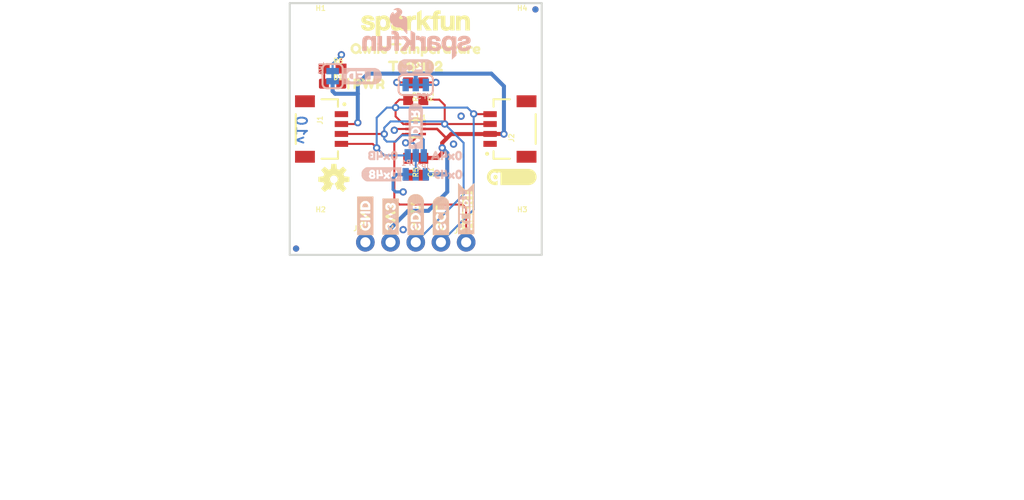
<source format=kicad_pcb>
(kicad_pcb (version 20211014) (generator pcbnew)
  (layers (0 "F.Cu" signal) (31 "B.Cu" signal) (34 "B.Paste" user) (35 "F.Paste" user) (36 "B.SilkS" user "B.Silkscreen") (37 "F.SilkS" user "F.Silkscreen") (38 "B.Mask" user) (39 "F.Mask" user) (44 "Edge.Cuts" user))
  (net 0 "")
  (net 1 "SDA")
  (net 2 "SCL")
  (net 3 "~{ALERT}")
  (net 4 "ADDR")
  (net 5 "N$13")
  (net 6 "N$14")
  (net 7 "N$20")
  (net 8 "N$21")
  (net 9 "3.3V")
  (net 10 "GND")
  (footprint "boardEagle:OSHW-LOGO-S" (layer "F.Cu") (at 140.2461 110.0836)
    (fp_text reference "LOGO3" hide)
    (fp_text value "OSHW-LOGOS" hide)
  )
  (footprint "boardEagle:#ALERT8" (layer "F.Cu") (at 153.5811 116.3066 90)
    (fp_text reference "U$1" hide)
    (fp_text value "" hide)
  )
  (footprint "boardEagle:GND4" (layer "F.Cu") (at 143.4211 116.1796 90)
    (fp_text reference "U$5" hide)
    (fp_text value "" hide)
  )
  (footprint "boardEagle:QWIIC_TEMPERATURE0" (layer "F.Cu") (at 141.0081 96.8756)
    (fp_text reference "U$18" hide)
    (fp_text value "" hide)
  )
  (footprint "boardEagle:SCL7" (layer "F.Cu") (at 151.0411 116.1796 90)
    (fp_text reference "U$2" hide)
    (fp_text value "" hide)
  )
  (footprint "boardEagle:JST04_1MM_RA" (layer "F.Cu") (at 155.9941 105.0036 90)
    (fp_text reference "J2" (at -1.397 2.159 90) (layer "F.SilkS") (effects (font (size 0.512064 0.512064) (thickness 0.097536)) (justify left)))
    (fp_text value "QWIIC")
    (pad "1" smd rect (at -1.5 0 90) (size 0.6 1.35) (layers "F.Cu" "F.Paste" "F.Mask") (net 10 "GND"))
    (pad "2" smd rect (at -0.5 0 90) (size 0.6 1.35) (layers "F.Cu" "F.Paste" "F.Mask") (net 9 "3.3V"))
    (pad "3" smd rect (at 0.5 0 90) (size 0.6 1.35) (layers "F.Cu" "F.Paste" "F.Mask") (net 1 "SDA"))
    (pad "4" smd rect (at 1.5 0 90) (size 0.6 1.35) (layers "F.Cu" "F.Paste" "F.Mask") (net 2 "SCL"))
    (pad "NC1" smd rect (at 2.8 3.675 90) (size 1.2 2) (layers "F.Cu" "F.Paste" "F.Mask"))
    (pad "NC2" smd rect (at -2.8 3.675 90) (size 1.2 2) (layers "F.Cu" "F.Paste" "F.Mask"))
  )
  (footprint "boardEagle:1X01_NO_SILK" (layer "F.Cu") (at 153.5811 116.4336)
    (fp_text reference "J4" (at -1.27 -1.143) (layer "F.SilkS") (effects (font (size 0.512064 0.512064) (thickness 0.097536)) (justify left)))
    (fp_text value "")
    (pad "1" thru_hole circle (at 0 0 90) (size 1.8796 1.8796) (drill 1.016) (layers *.Cu *.Mask) (net 3 "~{ALERT}"))
  )
  (footprint "boardEagle:STAND-OFF" (layer "F.Cu") (at 158.6611 115.1636)
    (fp_text reference "H3" (at 0 -2.032) (layer "F.SilkS") (effects (font (size 0.512064 0.512064) (thickness 0.097536)) (justify left)))
    (fp_text value "STAND-OFF")
    (pad "" np_thru_hole circle (at 0 0) (size 3.302 3.302) (drill 3.302) (layers *.Cu *.Mask))
  )
  (footprint "boardEagle:QWIIC_5MM" (layer "F.Cu") (at 158.1531 109.8296)
    (fp_text reference "LOGO2" hide)
    (fp_text value "QWIIC_LOGO_5MM" hide)
  )
  (footprint "boardEagle:0603" (layer "F.Cu") (at 140.1191 98.9076)
    (fp_text reference "R6" (at 0 -0.762) (layer "F.SilkS") (effects (font (size 0.512064 0.512064) (thickness 0.097536)) (justify left)))
    (fp_text value "1k")
    (pad "1" smd rect (at -0.85 0) (size 1.1 1) (layers "F.Cu" "F.Paste" "F.Mask") (net 7 "N$20"))
    (pad "2" smd rect (at 0.85 0) (size 1.1 1) (layers "F.Cu" "F.Paste" "F.Mask") (net 8 "N$21"))
  )
  (footprint "boardEagle:0603" (layer "F.Cu") (at 149.2631 108.8136 -90)
    (fp_text reference "C1" (at 0 -0.762 90) (layer "F.SilkS") (effects (font (size 0.512064 0.512064) (thickness 0.097536)) (justify right)))
    (fp_text value "0.1uF")
    (pad "1" smd rect (at -0.85 0 270) (size 1.1 1) (layers "F.Cu" "F.Paste" "F.Mask") (net 9 "3.3V"))
    (pad "2" smd rect (at 0.85 0 270) (size 1.1 1) (layers "F.Cu" "F.Paste" "F.Mask") (net 10 "GND"))
  )
  (footprint "boardEagle:3V35" (layer "F.Cu") (at 145.9611 116.1796 90)
    (fp_text reference "U$4" hide)
    (fp_text value "" hide)
  )
  (footprint "boardEagle:FIDUCIAL-MICRO" (layer "F.Cu") (at 160.5661 92.9386)
    (fp_text reference "FD3" hide)
    (fp_text value "FIDUCIALUFIDUCIAL" hide)
    (pad "1" smd roundrect (at 0 0) (size 0.635 0.635) (layers "F.Cu" "F.Mask") (roundrect_rratio 0.5))
  )
  (footprint "boardEagle:0603" (layer "F.Cu") (at 147.7391 101.1936 -90)
    (fp_text reference "R2" (at 0 -0.762 90) (layer "F.SilkS") (effects (font (size 0.512064 0.512064) (thickness 0.097536)) (justify right)))
    (fp_text value "4.7k")
    (pad "1" smd rect (at -0.85 0 270) (size 1.1 1) (layers "F.Cu" "F.Paste" "F.Mask") (net 6 "N$14"))
    (pad "2" smd rect (at 0.85 0 270) (size 1.1 1) (layers "F.Cu" "F.Paste" "F.Mask") (net 2 "SCL"))
  )
  (footprint "boardEagle:0603" (layer "F.Cu") (at 147.7391 108.8136 -90)
    (fp_text reference "R5" (at 0 -0.762 90) (layer "F.SilkS") (effects (font (size 0.512064 0.512064) (thickness 0.097536)) (justify right)))
    (fp_text value "10k")
    (pad "1" smd rect (at -0.85 0 270) (size 1.1 1) (layers "F.Cu" "F.Paste" "F.Mask") (net 9 "3.3V"))
    (pad "2" smd rect (at 0.85 0 270) (size 1.1 1) (layers "F.Cu" "F.Paste" "F.Mask") (net 3 "~{ALERT}"))
  )
  (footprint "boardEagle:PWR1" (layer "F.Cu") (at 141.2621 100.4316)
    (fp_text reference "U$20" hide)
    (fp_text value "" hide)
  )
  (footprint "boardEagle:CREATIVE_COMMONS" (layer "F.Cu") (at 126.9111 141.8336)
    (fp_text reference "FRAME1" hide)
    (fp_text value "FRAME-LETTER" hide)
  )
  (footprint "boardEagle:FIDUCIAL-MICRO" (layer "F.Cu") (at 136.4361 117.0686)
    (fp_text reference "FD1" hide)
    (fp_text value "FIDUCIALUFIDUCIAL" hide)
    (pad "1" smd roundrect (at 0 0) (size 0.635 0.635) (layers "F.Cu" "F.Mask") (roundrect_rratio 0.5))
  )
  (footprint "boardEagle:SOT563" (layer "F.Cu") (at 148.5011 105.0036)
    (fp_text reference "U1" (at 0 -1.143) (layer "F.SilkS") (effects (font (size 0.512064 0.512064) (thickness 0.097536)) (justify left)))
    (fp_text value "TMP102")
    (pad "1" smd rect (at -0.8 -0.497968 270) (size 0.248918 0.508) (layers "F.Cu" "F.Paste" "F.Mask") (net 2 "SCL"))
    (pad "2" smd rect (at -0.8 -0.003303 270) (size 0.248918 0.508) (layers "F.Cu" "F.Paste" "F.Mask") (net 10 "GND"))
    (pad "3" smd rect (at -0.8 0.50584 270) (size 0.248918 0.508) (layers "F.Cu" "F.Paste" "F.Mask") (net 3 "~{ALERT}"))
    (pad "4" smd rect (at 0.776415 0.50584 270) (size 0.248918 0.508) (layers "F.Cu" "F.Paste" "F.Mask") (net 4 "ADDR"))
    (pad "5" smd rect (at 0.776415 -0.003303 270) (size 0.248918 0.508) (layers "F.Cu" "F.Paste" "F.Mask") (net 9 "3.3V"))
    (pad "6" smd rect (at 0.776415 -0.497968 270) (size 0.248918 0.508) (layers "F.Cu" "F.Paste" "F.Mask") (net 1 "SDA"))
  )
  (footprint "boardEagle:TMP1022" (layer "F.Cu") (at 144.8181 98.6536)
    (fp_text reference "U$19" hide)
    (fp_text value "" hide)
  )
  (footprint "boardEagle:LED-0603" (layer "F.Cu") (at 140.1191 100.4316)
    (fp_text reference "D1" (at 0 -0.635) (layer "F.SilkS") (effects (font (size 0.512064 0.512064) (thickness 0.097536)) (justify left)))
    (fp_text value "RED")
    (pad "A" smd roundrect (at -0.877 0 270) (size 1 1) (layers "F.Cu" "F.Paste" "F.Mask") (roundrect_rratio 0.15) (net 7 "N$20"))
    (pad "C" smd roundrect (at 0.877 0 270) (size 1 1) (layers "F.Cu" "F.Paste" "F.Mask") (roundrect_rratio 0.15) (net 10 "GND"))
  )
  (footprint "boardEagle:0603" (layer "F.Cu") (at 149.2631 101.1936 -90)
    (fp_text reference "R1" (at 0 -0.762 90) (layer "F.SilkS") (effects (font (size 0.512064 0.512064) (thickness 0.097536)) (justify right)))
    (fp_text value "4.7k")
    (pad "1" smd rect (at -0.85 0 270) (size 1.1 1) (layers "F.Cu" "F.Paste" "F.Mask") (net 5 "N$13"))
    (pad "2" smd rect (at 0.85 0 270) (size 1.1 1) (layers "F.Cu" "F.Paste" "F.Mask") (net 1 "SDA"))
  )
  (footprint "boardEagle:SFE_LOGO_NAME_.1" (layer "F.Cu") (at 148.5011 94.4626)
    (fp_text reference "LOGO1" hide)
    (fp_text value "SFE_LOGO_NAME.1_INCH" hide)
  )
  (footprint "boardEagle:STAND-OFF" (layer "F.Cu") (at 158.6611 94.8436)
    (fp_text reference "H4" (at 0 -2.032) (layer "F.SilkS") (effects (font (size 0.512064 0.512064) (thickness 0.097536)) (justify left)))
    (fp_text value "STAND-OFF")
    (pad "" np_thru_hole circle (at 0 0) (size 3.302 3.302) (drill 3.302) (layers *.Cu *.Mask))
  )
  (footprint "boardEagle:JST04_1MM_RA" (layer "F.Cu") (at 141.0081 105.0036 -90)
    (fp_text reference "J1" (at -1.397 2.159 90) (layer "F.SilkS") (effects (font (size 0.512064 0.512064) (thickness 0.097536)) (justify right)))
    (fp_text value "QWIIC")
    (pad "1" smd rect (at -1.5 0 270) (size 0.6 1.35) (layers "F.Cu" "F.Paste" "F.Mask") (net 10 "GND"))
    (pad "2" smd rect (at -0.5 0 270) (size 0.6 1.35) (layers "F.Cu" "F.Paste" "F.Mask") (net 9 "3.3V"))
    (pad "3" smd rect (at 0.5 0 270) (size 0.6 1.35) (layers "F.Cu" "F.Paste" "F.Mask") (net 1 "SDA"))
    (pad "4" smd rect (at 1.5 0 270) (size 0.6 1.35) (layers "F.Cu" "F.Paste" "F.Mask") (net 2 "SCL"))
    (pad "NC1" smd rect (at 2.8 3.675 270) (size 1.2 2) (layers "F.Cu" "F.Paste" "F.Mask"))
    (pad "NC2" smd rect (at -2.8 3.675 270) (size 1.2 2) (layers "F.Cu" "F.Paste" "F.Mask"))
  )
  (footprint "boardEagle:1X04_NO_SILK" (layer "F.Cu") (at 143.4211 116.4336)
    (fp_text reference "J3" (at -1.27 -1.397) (layer "F.SilkS") (effects (font (size 0.512064 0.512064) (thickness 0.097536)) (justify left)))
    (fp_text value "PTH")
    (pad "1" thru_hole circle (at 0 0 90) (size 1.8796 1.8796) (drill 1.016) (layers *.Cu *.Mask) (net 10 "GND"))
    (pad "2" thru_hole circle (at 2.54 0 90) (size 1.8796 1.8796) (drill 1.016) (layers *.Cu *.Mask) (net 9 "3.3V"))
    (pad "3" thru_hole circle (at 5.08 0 90) (size 1.8796 1.8796) (drill 1.016) (layers *.Cu *.Mask) (net 1 "SDA"))
    (pad "4" thru_hole circle (at 7.62 0 90) (size 1.8796 1.8796) (drill 1.016) (layers *.Cu *.Mask) (net 2 "SCL"))
  )
  (footprint "boardEagle:STAND-OFF" (layer "F.Cu") (at 138.3411 115.1636)
    (fp_text reference "H2" (at 0 -2.032) (layer "F.SilkS") (effects (font (size 0.512064 0.512064) (thickness 0.097536)) (justify left)))
    (fp_text value "STAND-OFF")
    (pad "" np_thru_hole circle (at 0 0) (size 3.302 3.302) (drill 3.302) (layers *.Cu *.Mask))
  )
  (footprint "boardEagle:SDA6" (layer "F.Cu") (at 148.5011 116.1796 90)
    (fp_text reference "U$3" hide)
    (fp_text value "" hide)
  )
  (footprint "boardEagle:STAND-OFF" (layer "F.Cu") (at 138.3411 94.8436)
    (fp_text reference "H1" (at 0 -2.032) (layer "F.SilkS") (effects (font (size 0.512064 0.512064) (thickness 0.097536)) (justify left)))
    (fp_text value "STAND-OFF")
    (pad "" np_thru_hole circle (at 0 0) (size 3.302 3.302) (drill 3.302) (layers *.Cu *.Mask))
  )
  (footprint "boardEagle:0X4A2" (layer "B.Cu") (at 154.0129 107.6706 180)
    (fp_text reference "U$14" hide)
    (fp_text value "" hide)
  )
  (footprint "boardEagle:LED0" (layer "B.Cu") (at 145.1991 99.6696 180)
    (fp_text reference "U$17" hide)
    (fp_text value "" hide)
  )
  (footprint "boardEagle:0X494" (layer "B.Cu") (at 154.0129 109.5756 180)
    (fp_text reference "U$13" hide)
    (fp_text value "" hide)
  )
  (footprint "boardEagle:GND4" (layer "B.Cu") (at 143.4211 116.1796 90)
    (fp_text reference "U$6" hide)
    (fp_text value "" hide)
  )
  (footprint "boardEagle:SMT-JUMPER_3_2-NC_TRACE_SILK" (layer "B.Cu") (at 148.5011 100.5586)
    (fp_text reference "JP3" (at 0 1.143) (layer "B.SilkS") (effects (font (size 0.512064 0.512064) (thickness 0.097536)) (justify right mirror)))
    (fp_text value "I2C")
    (fp_line (start 0 0) (end 1.016 0) (layer "B.Cu") (width 0.254))
    (fp_line (start 0 0) (end -1.016 0) (layer "B.Cu") (width 0.254))
    (pad "1" smd rect (at -1.016 0) (size 0.635 1.27) (layers "B.Cu" "B.Mask") (net 6 "N$14"))
    (pad "2" smd rect (at 0 0) (size 0.635 1.27) (layers "B.Cu" "B.Mask") (net 9 "3.3V"))
    (pad "3" smd rect (at 1.016 0) (size 0.635 1.27) (layers "B.Cu" "B.Mask") (net 5 "N$13"))
  )
  (footprint "boardEagle:#ALERT8" (layer "B.Cu") (at 153.5811 116.3066 90)
    (fp_text reference "U$10" hide)
    (fp_text value "" hide)
  )
  (footprint "boardEagle:FIDUCIAL-MICRO" (layer "B.Cu") (at 136.4361 117.0686 180)
    (fp_text reference "FD2" hide)
    (fp_text value "FIDUCIALUFIDUCIAL" hide)
    (pad "1" smd roundrect (at 0 0 180) (size 0.635 0.635) (layers "B.Cu" "B.Mask") (roundrect_rratio 0.5))
  )
  (footprint "boardEagle:I#C0" (layer "B.Cu") (at 150.4061 98.7806 180)
    (fp_text reference "U$16" hide)
    (fp_text value "" hide)
  )
  (footprint "boardEagle:SMT-JUMPER_3_NO_NO-SILK" (layer "B.Cu") (at 148.5011 107.6706)
    (fp_text reference "JP2" (at 0 1.143) (layer "B.SilkS") (effects (font (size 0.512064 0.512064) (thickness 0.097536)) (justify right mirror)))
    (fp_text value "")
    (pad "1" smd rect (at -0.8128 0) (size 0.635 1.27) (layers "B.Cu" "B.Mask") (net 2 "SCL"))
    (pad "2" smd rect (at 0 0) (size 0.635 1.27) (layers "B.Cu" "B.Mask") (net 4 "ADDR"))
    (pad "3" smd rect (at 0.8128 0) (size 0.635 1.27) (layers "B.Cu" "B.Mask") (net 1 "SDA"))
  )
  (footprint "boardEagle:SCL7" (layer "B.Cu") (at 151.0411 116.1796 90)
    (fp_text reference "U$9" hide)
    (fp_text value "" hide)
  )
  (footprint "boardEagle:SFE_LOGO_NAME_FLAME_.1" (layer "B.Cu") (at 148.5011 96.4946 180)
    (fp_text reference "U$21" hide)
    (fp_text value "" hide)
  )
  (footprint "boardEagle:ADDR0" (layer "B.Cu") (at 148.5011 107.4166 90)
    (fp_text reference "U$11" hide)
    (fp_text value "" hide)
  )
  (footprint "boardEagle:FIDUCIAL-MICRO" (layer "B.Cu") (at 160.5661 92.9386 180)
    (fp_text reference "FD4" hide)
    (fp_text value "FIDUCIALUFIDUCIAL" hide)
    (pad "1" smd roundrect (at 0 0 180) (size 0.635 0.635) (layers "B.Cu" "B.Mask") (roundrect_rratio 0.5))
  )
  (footprint "boardEagle:3V35" (layer "B.Cu") (at 145.9611 116.1796 90)
    (fp_text reference "U$7" hide)
    (fp_text value "" hide)
  )
  (footprint "boardEagle:0X481" (layer "B.Cu") (at 147.4851 109.5756 180)
    (fp_text reference "U$12" hide)
    (fp_text value "" hide)
  )
  (footprint "boardEagle:0X4B3" (layer "B.Cu") (at 147.4851 107.6706 180)
    (fp_text reference "U$15" hide)
    (fp_text value "" hide)
  )
  (footprint "boardEagle:SMT-JUMPER_3_1-NC_TRACE_NO-SILK" (layer "B.Cu") (at 148.5011 109.5756 180)
    (fp_text reference "JP1" (at 0 1.143) (layer "B.SilkS") (effects (font (size 0.512064 0.512064) (thickness 0.097536)) (justify left mirror)))
    (fp_text value "")
    (fp_line (start 0 0) (end 1.016 0) (layer "B.Cu") (width 0.254))
    (pad "1" smd rect (at -1.016 0 180) (size 0.635 1.27) (layers "B.Cu" "B.Mask") (net 9 "3.3V"))
    (pad "2" smd rect (at 0 0 180) (size 0.635 1.27) (layers "B.Cu" "B.Mask") (net 4 "ADDR"))
    (pad "3" smd rect (at 1.016 0 180) (size 0.635 1.27) (layers "B.Cu" "B.Mask") (net 10 "GND"))
  )
  (footprint "boardEagle:SMT-JUMPER_2_NC_TRACE_SILK" (layer "B.Cu") (at 140.1191 99.6696 -90)
    (fp_text reference "JP4" (at 0 1.143 -270) (layer "B.SilkS") (effects (font (size 0.512064 0.512064) (thickness 0.097536)) (justify right mirror)))
    (fp_text value "PWR")
    (fp_line (start -0.508 0) (end 0.508 0) (layer "B.Cu") (width 0.254))
    (pad "1" smd rect (at -0.508 0 270) (size 0.635 1.27) (layers "B.Cu" "B.Mask") (net 8 "N$21"))
    (pad "2" smd rect (at 0.508 0 270) (size 0.635 1.27) (layers "B.Cu" "B.Mask") (net 9 "3.3V"))
  )
  (footprint "boardEagle:SDA6" (layer "B.Cu") (at 148.5011 116.1796 90)
    (fp_text reference "U$8" hide)
    (fp_text value "" hide)
  )
  (gr_line (start 135.8011 92.3036) (end 135.8011 117.7036) (layer "Edge.Cuts") (width 0.2032))
  (gr_line (start 161.2011 92.3036) (end 135.8011 92.3036) (layer "Edge.Cuts") (width 0.2032))
  (gr_line (start 135.8011 117.7036) (end 161.2011 117.7036) (layer "Edge.Cuts") (width 0.2032))
  (gr_line (start 161.2011 117.7036) (end 161.2011 92.3036) (layer "Edge.Cuts") (width 0.2032))
  (gr_text "v10" (at 136.3091 106.6546 -90) (layer "B.Cu") (effects (font (size 1.0795 1.0795) (thickness 0.1905)) (justify left bottom mirror)))
  (segment (start 145.3181 105.5036) (end 145.3261 105.5116) (width 0.2032) (layer "F.Cu") (net 1))
  (segment (start 155.9941 104.5036) (end 151.4301 104.5036) (width 0.2032) (layer "F.Cu") (net 1))
  (segment (start 151.4221 102.5906) (end 151.4221 104.4956) (width 0.2032) (layer "F.Cu") (net 1))
  (segment (start 141.0081 105.5036) (end 145.3181 105.5036) (width 0.2032) (layer "F.Cu") (net 1))
  (segment (start 151.4221 104.505632) (end 151.4221 104.4956) (width 0.2032) (layer "F.Cu") (net 1))
  (segment (start 151.4301 104.5036) (end 151.4221 104.4956) (width 0.2032) (layer "F.Cu") (net 1))
  (segment (start 149.2631 102.0436) (end 150.8751 102.0436) (width 0.2032) (layer "F.Cu") (net 1))
  (segment (start 149.277515 104.505632) (end 151.4221 104.505632) (width 0.2032) (layer "F.Cu") (net 1))
  (segment (start 150.8751 102.0436) (end 151.4221 102.5906) (width 0.2032) (layer "F.Cu") (net 1))
  (via (at 145.3261 105.5116) (size 0.7366) (drill 0.381) (layers "F.Cu" "B.Cu") (net 1))
  (via (at 151.4221 104.4956) (size 0.7366) (drill 0.381) (layers "F.Cu" "B.Cu") (net 1))
  (segment (start 151.1681 104.2416) (end 151.4221 104.4956) (width 0.2032) (layer "B.Cu") (net 1))
  (segment (start 145.9611 104.2416) (end 151.1681 104.2416) (width 0.2032) (layer "B.Cu") (net 1))
  (segment (start 149.3139 106.0704) (end 148.8821 105.6386) (width 0.2032) (layer "B.Cu") (net 1))
  (segment (start 149.3139 107.6706) (end 149.3139 106.0704) (width 0.2032) (layer "B.Cu") (net 1))
  (segment (start 147.1041 105.6386) (end 146.4691 106.2736) (width 0.2032) (layer "B.Cu") (net 1))
  (segment (start 151.4221 104.4956) (end 153.3271 106.4006) (width 0.2032) (layer "B.Cu") (net 1))
  (segment (start 153.3271 111.6076) (end 148.5011 116.4336) (width 0.2032) (layer "B.Cu") (net 1))
  (segment (start 153.3271 106.4006) (end 153.3271 111.6076) (width 0.2032) (layer "B.Cu") (net 1))
  (segment (start 145.3261 105.5116) (end 145.3261 104.8766) (width 0.2032) (layer "B.Cu") (net 1))
  (segment (start 148.8821 105.6386) (end 147.1041 105.6386) (width 0.2032) (layer "B.Cu") (net 1))
  (segment (start 145.3261 104.8766) (end 145.9611 104.2416) (width 0.2032) (layer "B.Cu") (net 1))
  (segment (start 146.4691 106.2736) (end 145.5801 106.2736) (width 0.2032) (layer "B.Cu") (net 1))
  (segment (start 145.3261 106.0196) (end 145.3261 105.5116) (width 0.2032) (layer "B.Cu") (net 1))
  (segment (start 145.5801 106.2736) (end 145.3261 106.0196) (width 0.2032) (layer "B.Cu") (net 1))
  (segment (start 146.4691 102.8446) (end 146.4691 102.4246) (width 0.2032) (layer "F.Cu") (net 2))
  (segment (start 141.0081 106.5036) (end 144.1591 106.5036) (width 0.2032) (layer "F.Cu") (net 2))
  (segment (start 154.3671 103.5036) (end 154.3431 103.4796) (width 0.2032) (layer "F.Cu") (net 2))
  (segment (start 147.7011 104.505632) (end 147.241131 104.505632) (width 0.2032) (layer "F.Cu") (net 2))
  (segment (start 144.1591 106.5036) (end 144.5641 106.9086) (width 0.2032) (layer "F.Cu") (net 2))
  (segment (start 155.9941 103.5036) (end 154.3671 103.5036) (width 0.2032) (layer "F.Cu") (net 2))
  (segment (start 147.7391 102.0436) (end 146.8501 102.0436) (width 0.2032) (layer "F.Cu") (net 2))
  (segment (start 146.4691 103.7336) (end 146.4691 102.8446) (width 0.2032) (layer "F.Cu") (net 2))
  (segment (start 146.8501 102.0436) (end 146.4691 102.4246) (width 0.2032) (layer "F.Cu") (net 2))
  (segment (start 147.241131 104.505632) (end 146.4691 103.7336) (width 0.2032) (layer "F.Cu") (net 2))
  (via (at 144.5641 106.9086) (size 0.7366) (drill 0.381) (layers "F.Cu" "B.Cu") (net 2))
  (via (at 154.3431 103.4796) (size 0.7366) (drill 0.381) (layers "F.Cu" "B.Cu") (net 2))
  (via (at 146.4691 102.8446) (size 0.7366) (drill 0.381) (layers "F.Cu" "B.Cu") (net 2))
  (segment (start 144.5641 103.8606) (end 144.5641 106.9086) (width 0.2032) (layer "B.Cu") (net 2))
  (segment (start 145.3261 107.6706) (end 144.5641 106.9086) (width 0.2032) (layer "B.Cu") (net 2))
  (segment (start 154.3431 113.1316) (end 154.3431 103.4796) (width 0.2032) (layer "B.Cu") (net 2))
  (segment (start 145.5801 102.8446) (end 146.4691 102.8446) (width 0.2032) (layer "B.Cu") (net 2))
  (segment (start 144.5641 103.8606) (end 145.5801 102.8446) (width 0.2032) (layer "B.Cu") (net 2))
  (segment (start 151.0411 116.4336) (end 154.3431 113.1316) (width 0.2032) (layer "B.Cu") (net 2))
  (segment (start 153.7081 102.8446) (end 146.4691 102.8446) (width 0.2032) (layer "B.Cu") (net 2))
  (segment (start 154.3431 103.4796) (end 153.7081 102.8446) (width 0.2032) (layer "B.Cu") (net 2))
  (segment (start 147.6883 107.6706) (end 145.3261 107.6706) (width 0.2032) (layer "B.Cu") (net 2))
  (segment (start 146.3421 106.360441) (end 146.3421 109.6636) (width 0.2032) (layer "F.Cu") (net 3))
  (segment (start 146.8501 112.6236) (end 146.3421 112.1156) (width 0.2032) (layer "F.Cu") (net 3))
  (segment (start 146.3421 112.1156) (end 146.3421 109.6636) (width 0.2032) (layer "F.Cu") (net 3))
  (segment (start 147.7391 109.6636) (end 146.3421 109.6636) (width 0.2032) (layer "F.Cu") (net 3))
  (segment (start 146.3421 106.360441) (end 147.1931 105.509441) (width 0.2032) (layer "F.Cu") (net 3))
  (segment (start 147.7011 105.509441) (end 147.1931 105.509441) (width 0.2032) (layer "F.Cu") (net 3))
  (segment (start 146.8501 112.6236) (end 153.2001 112.6236) (width 0.2032) (layer "F.Cu") (net 3))
  (segment (start 153.2001 112.6236) (end 153.5811 113.0046) (width 0.2032) (layer "F.Cu") (net 3))
  (segment (start 153.5811 113.0046) (end 153.5811 116.4336) (width 0.2032) (layer "F.Cu") (net 3))
  (segment (start 148.005356 106.4006) (end 147.4851 106.4006) (width 0.2032) (layer "F.Cu") (net 4))
  (segment (start 149.277515 105.509441) (end 148.896515 105.509441) (width 0.2032) (layer "F.Cu") (net 4))
  (segment (start 148.896515 105.509441) (end 148.005356 106.4006) (width 0.2032) (layer "F.Cu") (net 4))
  (via (at 147.4851 106.4006) (size 0.7366) (drill 0.381) (layers "F.Cu" "B.Cu") (net 4))
  (segment (start 148.5011 109.5756) (end 148.5011 107.6706) (width 0.2032) (layer "B.Cu") (net 4))
  (segment (start 148.5011 106.6546) (end 148.5011 107.6706) (width 0.2032) (layer "B.Cu") (net 4))
  (segment (start 148.5011 106.6546) (end 148.2471 106.4006) (width 0.2032) (layer "B.Cu") (net 4))
  (segment (start 147.4851 106.4006) (end 148.2471 106.4006) (width 0.2032) (layer "B.Cu") (net 4))
  (segment (start 149.2631 100.3046) (end 149.2631 100.3436) (width 0.2032) (layer "F.Cu") (net 5))
  (segment (start 150.5331 100.3046) (end 149.2631 100.3046) (width 0.2032) (layer "F.Cu") (net 5))
  (via (at 150.5331 100.3046) (size 0.7366) (drill 0.381) (layers "F.Cu" "B.Cu") (net 5))
  (segment (start 149.5171 100.5586) (end 150.2791 100.5586) (width 0.2032) (layer "B.Cu") (net 5))
  (segment (start 150.2791 100.5586) (end 150.5331 100.3046) (width 0.2032) (layer "B.Cu") (net 5))
  (segment (start 146.5961 100.3046) (end 147.7391 100.3046) (width 0.2032) (layer "F.Cu") (net 6))
  (segment (start 147.7391 100.3046) (end 147.7391 100.3436) (width 0.2032) (layer "F.Cu") (net 6))
  (via (at 146.5961 100.3046) (size 0.7366) (drill 0.381) (layers "F.Cu" "B.Cu") (net 6))
  (segment (start 147.4851 100.5586) (end 146.8501 100.5586) (width 0.2032) (layer "B.Cu") (net 6))
  (segment (start 146.8501 100.5586) (end 146.5961 100.3046) (width 0.2032) (layer "B.Cu") (net 6))
  (segment (start 139.2691 98.9076) (end 139.2691 100.4046) (width 0.2032) (layer "F.Cu") (net 7))
  (segment (start 139.2691 100.4046) (end 139.2421 100.4316) (width 0.2032) (layer "F.Cu") (net 7))
  (segment (start 140.9691 97.5496) (end 141.0081 97.5106) (width 0.2032) (layer "F.Cu") (net 8))
  (segment (start 140.9691 98.9076) (end 140.9691 97.5496) (width 0.2032) (layer "F.Cu") (net 8))
  (via (at 141.0081 97.5106) (size 0.7366) (drill 0.381) (layers "F.Cu" "B.Cu") (net 8))
  (segment (start 140.1191 99.1616) (end 140.1191 98.3996) (width 0.2032) (layer "B.Cu") (net 8))
  (segment (start 140.1191 98.3996) (end 141.0081 97.5106) (width 0.2032) (layer "B.Cu") (net 8))
  (segment (start 151.5491 106.0196) (end 152.0571 105.5116) (width 0.4064) (layer "F.Cu") (net 9))
  (segment (start 149.277515 105.000297) (end 150.656796 105.000297) (width 0.254) (layer "F.Cu") (net 9))
  (segment (start 155.9861 105.5116) (end 155.9941 105.5036) (width 0.2032) (layer "F.Cu") (net 9))
  (segment (start 155.9941 105.5036) (end 157.3831 105.5036) (width 0.4064) (layer "F.Cu") (net 9))
  (segment (start 157.3831 105.5036) (end 157.3911 105.5116) (width 0.2032) (layer "F.Cu") (net 9))
  (segment (start 151.1681 106.9086) (end 151.1681 107.4166) (width 0.4064) (layer "F.Cu") (net 9))
  (segment (start 141.0081 104.5036) (end 142.5241 104.5036) (width 0.2032) (layer "F.Cu") (net 9))
  (segment (start 151.1681 107.4166) (end 150.6601 107.9246) (width 0.4064) (layer "F.Cu") (net 9))
  (segment (start 149.2631 107.9636) (end 149.2631 107.9246) (width 0.2032) (layer "F.Cu") (net 9))
  (segment (start 150.656796 105.000297) (end 151.5491 105.8926) (width 0.254) (layer "F.Cu") (net 9))
  (segment (start 152.0571 105.5116) (end 155.9861 105.5116) (width 0.4064) (layer "F.Cu") (net 9))
  (segment (start 150.6601 107.9246) (end 149.2631 107.9246) (width 0.4064) (layer "F.Cu") (net 9))
  (segment (start 147.7391 107.9636) (end 149.2631 107.9636) (width 0.4064) (layer "F.Cu") (net 9))
  (segment (start 151.5491 106.0196) (end 151.1681 106.4006) (width 0.4064) (layer "F.Cu") (net 9))
  (segment (start 142.6591 104.3686) (end 142.5241 104.5036) (width 0.2032) (layer "F.Cu") (net 9))
  (segment (start 151.5491 105.8926) (end 151.5491 106.0196) (width 0.254) (layer "F.Cu") (net 9))
  (segment (start 151.1681 106.9086) (end 151.1681 106.4006) (width 0.4064) (layer "F.Cu") (net 9))
  (via (at 157.3911 105.5116) (size 0.7366) (drill 0.381) (layers "F.Cu" "B.Cu") (net 9))
  (via (at 142.6591 104.3686) (size 0.7366) (drill 0.381) (layers "F.Cu" "B.Cu") (net 9))
  (via (at 151.1681 106.9086) (size 0.7366) (drill 0.381) (layers "F.Cu" "B.Cu") (net 9))
  (segment (start 140.1191 100.1776) (end 140.1191 101.1936) (width 0.4064) (layer "B.Cu") (net 9))
  (segment (start 151.6761 107.4166) (end 151.6761 109.5756) (width 0.4064) (layer "B.Cu") (net 9))
  (segment (start 142.6591 101.4476) (end 142.6591 100.4316) (width 0.4064) (layer "B.Cu") (net 9))
  (segment (start 147.7391 113.2586) (end 145.9611 115.0366) (width 0.4064) (layer "B.Cu") (net 9))
  (segment (start 157.3911 100.6856) (end 156.1211 99.4156) (width 0.4064) (layer "B.Cu") (net 9))
  (segment (start 157.3911 105.5116) (end 157.3911 100.6856) (width 0.4064) (layer "B.Cu") (net 9))
  (segment (start 149.5171 109.5756) (end 151.6761 109.5756) (width 0.4064) (layer "B.Cu") (net 9))
  (segment (start 142.6591 104.3686) (end 142.6591 101.4476) (width 0.4064) (layer "B.Cu") (net 9))
  (segment (start 143.6751 99.4156) (end 148.5011 99.4156) (width 0.4064) (layer "B.Cu") (net 9))
  (segment (start 140.3731 101.4476) (end 142.6591 101.4476) (width 0.4064) (layer "B.Cu") (net 9))
  (segment (start 151.1681 106.9086) (end 151.6761 107.4166) (width 0.4064) (layer "B.Cu") (net 9))
  (segment (start 140.1191 101.1936) (end 140.3731 101.4476) (width 0.4064) (layer "B.Cu") (net 9))
  (segment (start 149.7711 113.2586) (end 147.7391 113.2586) (width 0.4064) (layer "B.Cu") (net 9))
  (segment (start 142.6591 100.4316) (end 143.6751 99.4156) (width 0.4064) (layer "B.Cu") (net 9))
  (segment (start 145.9611 115.0366) (end 145.9611 116.4336) (width 0.4064) (layer "B.Cu") (net 9))
  (segment (start 151.6761 111.3536) (end 149.7711 113.2586) (width 0.4064) (layer "B.Cu") (net 9))
  (segment (start 156.1211 99.4156) (end 148.5011 99.4156) (width 0.4064) (layer "B.Cu") (net 9))
  (segment (start 148.5011 99.4156) (end 148.5011 100.5586) (width 0.4064) (layer "B.Cu") (net 9))
  (segment (start 151.6761 109.5756) (end 151.6761 111.3536) (width 0.4064) (layer "B.Cu") (net 9))
  (segment (start 146.4311 105.1306) (end 146.3421 105.1306) (width 0.2032) (layer "F.Cu") (net 10))
  (segment (start 147.7011 105.000297) (end 146.561403 105.000297) (width 0.2032) (layer "F.Cu") (net 10))
  (segment (start 146.561403 105.000297) (end 146.4311 105.1306) (width 0.2032) (layer "F.Cu") (net 10))
  (via (at 146.3421 105.1306) (size 0.7366) (drill 0.381) (layers "F.Cu" "B.Cu") (net 10))
  (via (at 153.0731 103.7082) (size 0.7366) (drill 0.381) (layers "F.Cu" "B.Cu") (net 10))
  (via (at 152.3111 106.5276) (size 0.7366) (drill 0.381) (layers "F.Cu" "B.Cu") (net 10))
  (via (at 147.2311 111.3536) (size 0.7366) (drill 0.381) (layers "F.Cu" "B.Cu") (net 10))
  (via (at 147.2311 115.1636) (size 0.7366) (drill 0.381) (layers "F.Cu" "B.Cu") (net 10))
  (segment (start 146.2151 109.9566) (end 146.2151 111.0996) (width 0.3048) (layer "B.Cu") (net 10))
  (segment (start 146.4691 111.3536) (end 146.2151 111.0996) (width 0.3048) (layer "B.Cu") (net 10))
  (segment (start 147.4851 109.5756) (end 146.5961 109.5756) (width 0.3048) (layer "B.Cu") (net 10))
  (segment (start 146.4691 111.3536) (end 147.2311 111.3536) (width 0.3048) (layer "B.Cu") (net 10))
  (segment (start 146.5961 109.5756) (end 146.2151 109.9566) (width 0.3048) (layer "B.Cu") (net 10))
)
</source>
